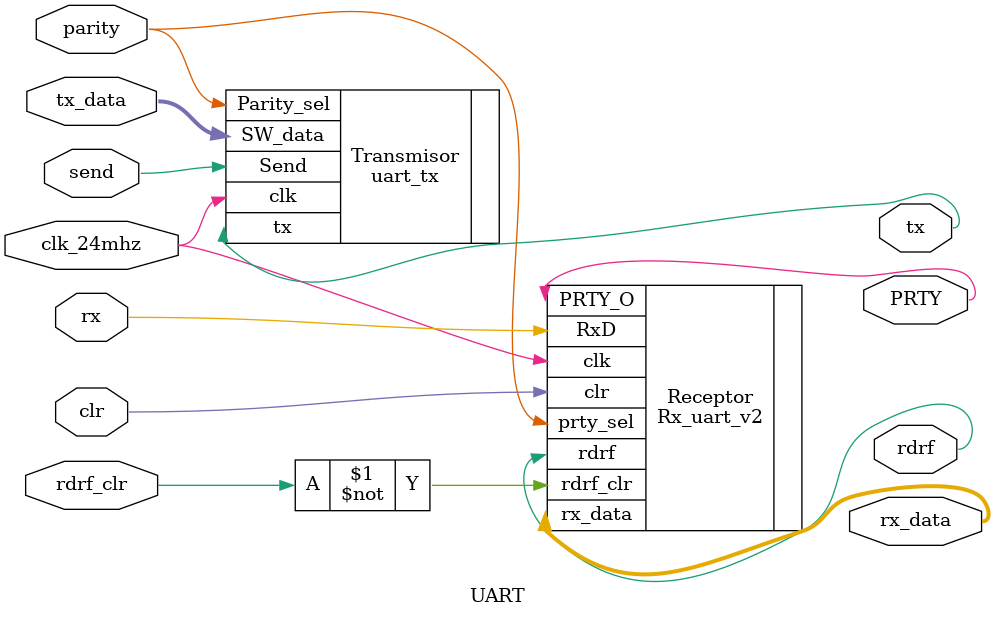
<source format=v>
/*
transmisor y receptor
*/

module UART(
input wire clk_24mhz, 			//pin a CLk_25MHz
input wire [7:0]tx_data,   		//Datos a enviar
input wire parity,				//selector de paridad 
input wire send,				//activa el envio
output wire tx,					//Pin para enviar datos

input  wire clr,				//Limpia el reg de los datos recividos
input  wire rdrf_clr,			//bandera para comenzar otra recepcion
output wire rdrf,				//
output wire [7:0]rx_data,		//datos recividos 8 b
output wire PRTY,				//flag de frame error
input  wire rx					//pin de recepcion
);



 uart_tx Transmisor( .clk(clk_24mhz), .SW_data(tx_data), .Parity_sel(parity), .Send(send), .tx(tx));

 Rx_uart_v2 Receptor(.RxD(rx), .clk(clk_24mhz), .clr(clr), .prty_sel(parity), .rdrf_clr(~rdrf_clr), .rdrf(rdrf), .rx_data(rx_data), .PRTY_O(PRTY));


endmodule

</source>
